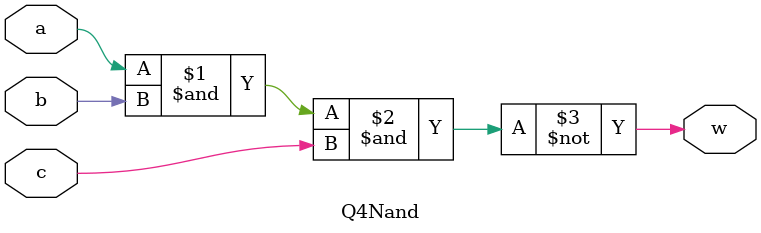
<source format=v>
`timescale 1ns/1ns
module Q4Nand(input a , b , c,output w);
	nand #(15 , 12)(w,a,b,c);
endmodule

</source>
